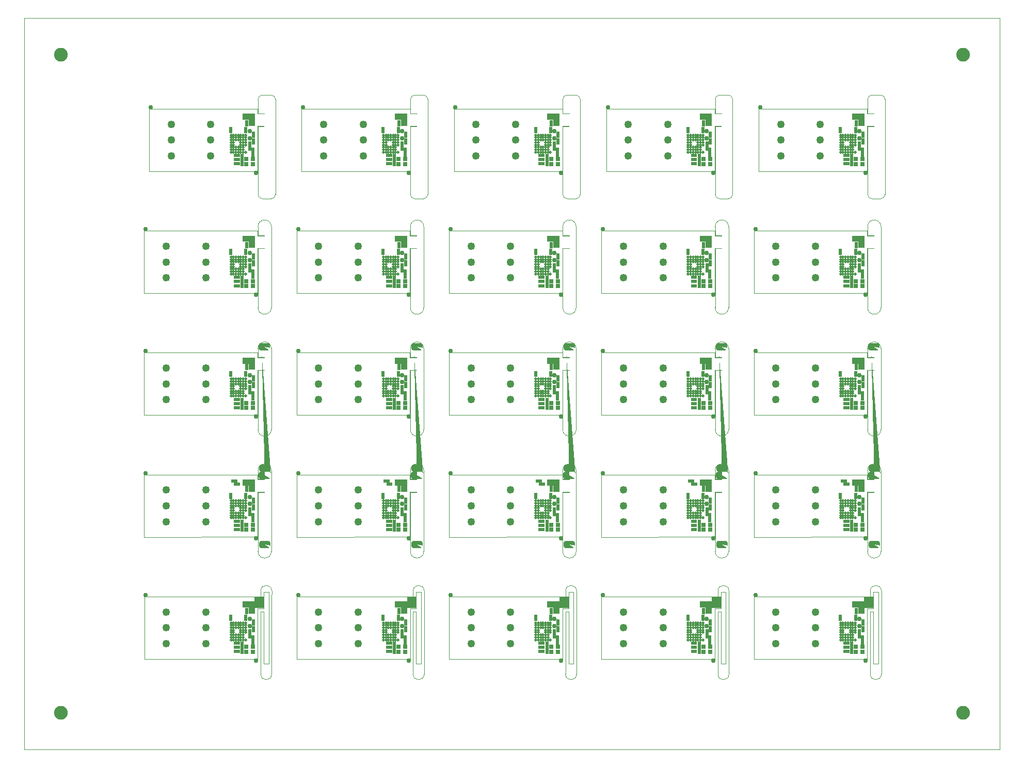
<source format=gbr>
G04 EasyPC Gerber Version 20.0.2 Build 4112 *
G04 #@! TF.Part,Single*
G04 #@! TF.FileFunction,Soldermask,Top *
%FSLAX35Y35*%
%MOIN*%
G04 #@! TA.AperFunction,WasherPad*
%ADD124R,0.06118X0.07299*%
G04 #@! TA.AperFunction,SMDPad*
%ADD73R,0.02181X0.02181*%
%ADD101R,0.02969X0.02969*%
G04 #@! TD.AperFunction*
%ADD11C,0.00004*%
%ADD14C,0.00079*%
G04 #@! TA.AperFunction,SMDPad*
%ADD75C,0.01866*%
G04 #@! TA.AperFunction,WasherPad*
%ADD72C,0.02969*%
%ADD28C,0.04937*%
%ADD26C,0.08874*%
%AMT121*0 Rounded Rectangle Pad at angle 90*4,1,56,0.03650,-0.00600,0.03650,0.00600,0.03636,0.00825,0.03595,0.01047,0.03528,0.01263,0.03435,0.01469,0.03319,0.01661,0.03180,0.01839,0.03020,0.01998,0.02843,0.02137,0.02650,0.02254,0.02444,0.02346,0.02229,0.02414,0.02007,0.02454,0.01781,0.02469,-0.01781,0.02469,-0.02006,0.02455,-0.02228,0.02414,-0.02444,0.02347,-0.02650,0.02254,-0.02843,0.02137,-0.03020,0.01998,-0.03180,0.01839,-0.03319,0.01661,-0.03435,0.01469,-0.03528,0.01263,-0.03595,0.01048,-0.03635,0.00826,-0.03650,0.00600,-0.03650,-0.00600,-0.03636,-0.00825,-0.03595,-0.01047,-0.03528,-0.01263,-0.03435,-0.01469,-0.03319,-0.01661,-0.03180,-0.01839,-0.03020,-0.01998,-0.02843,-0.02137,-0.02650,-0.02254,-0.02444,-0.02346,-0.02229,-0.02414,-0.02007,-0.02454,-0.01781,-0.02469,0.01781,-0.02469,0.02006,-0.02455,0.02228,-0.02414,0.02444,-0.02347,0.02650,-0.02254,0.02843,-0.02137,0.03020,-0.01998,0.03180,-0.01839,0.03319,-0.01661,0.03435,-0.01469,0.03528,-0.01263,0.03595,-0.01048,0.03635,-0.00826,0.03650,-0.00600,0*%
%ADD121T121*%
%AMT127*0 Rounded Rectangle Pad at angle 90*4,1,56,0.04043,-0.00600,0.04043,0.00600,0.04030,0.00825,0.03989,0.01047,0.03922,0.01263,0.03829,0.01469,0.03712,0.01661,0.03573,0.01839,0.03414,0.01998,0.03236,0.02137,0.03043,0.02254,0.02838,0.02346,0.02622,0.02414,0.02400,0.02454,0.02175,0.02469,-0.02175,0.02469,-0.02400,0.02455,-0.02622,0.02414,-0.02837,0.02347,-0.03043,0.02254,-0.03236,0.02137,-0.03414,0.01998,-0.03573,0.01839,-0.03712,0.01661,-0.03829,0.01469,-0.03921,0.01263,-0.03989,0.01048,-0.04029,0.00826,-0.04043,0.00600,-0.04043,-0.00600,-0.04030,-0.00825,-0.03989,-0.01047,-0.03922,-0.01263,-0.03829,-0.01469,-0.03712,-0.01661,-0.03573,-0.01839,-0.03414,-0.01998,-0.03236,-0.02137,-0.03043,-0.02254,-0.02838,-0.02346,-0.02622,-0.02414,-0.02400,-0.02454,-0.02175,-0.02469,0.02175,-0.02469,0.02400,-0.02455,0.02622,-0.02414,0.02837,-0.02347,0.03043,-0.02254,0.03236,-0.02137,0.03414,-0.01998,0.03573,-0.01839,0.03712,-0.01661,0.03829,-0.01469,0.03921,-0.01263,0.03989,-0.01048,0.04029,-0.00826,0.04043,-0.00600,0*%
%ADD127T127*%
X0Y0D02*
D02*
D11*
X77413Y137346D02*
Y177665D01*
X147432Y177673*
X150637Y177665*
Y174520*
X154972*
Y174720*
X150838*
Y180287*
G75*
G02X159503I4333*
G01*
Y128102*
G75*
G02X150838I-4333*
G01*
Y166299*
X154972*
Y166500*
X150637*
Y137362*
X77413Y137346*
Y216087D02*
Y256406D01*
X147432Y256413*
X150637Y256406*
Y253260*
X154972*
Y253461*
X150838*
Y259028*
G75*
G02X159503I4333*
G01*
Y206843*
G75*
G02X150838I-4333*
G01*
Y245039*
X154972*
Y245240*
X150637*
Y216102*
X77413Y216087*
Y294827D02*
Y335146D01*
X147432Y335154*
X150637Y335146*
Y332000*
X154972*
Y332201*
X150838*
Y337768*
G75*
G02X159503I4333*
G01*
Y285583*
G75*
G02X150838I-4333*
G01*
Y323780*
X154972*
Y323980*
X150637*
Y294843*
X77413Y294827*
X77436Y58622D02*
X150669D01*
Y91335*
X154613*
Y101925*
X157755*
Y55622*
X154613*
Y89331*
X152641*
Y48764*
G75*
G03X159724I3541*
G01*
Y97815*
X159771Y102543*
G75*
G03X152641I-3565*
G01*
Y98961*
X77417*
X77436Y98941*
Y58622*
X80602Y373583D02*
Y413898D01*
X150684Y413925*
Y410772*
X155019*
Y410972*
X150881*
Y419996*
G75*
G02X153669Y422783I2787*
G01*
X159363*
G75*
G02X162106Y420041J-2743*
G01*
Y358581*
G75*
G02X159374Y355850I-2731*
G01*
X153654*
G75*
G02X150881Y358623J2773*
G01*
Y402551*
X154731*
Y402752*
X150684*
Y373614*
X80602Y373583*
X175838Y137346D02*
Y177665D01*
X245857Y177673*
X249062Y177665*
Y174520*
X253397*
Y174720*
X249263*
Y180287*
G75*
G02X257928I4333*
G01*
Y128102*
G75*
G02X249263I-4333*
G01*
Y166299*
X253397*
Y166500*
X249062*
Y137362*
X175838Y137346*
Y216087D02*
Y256406D01*
X245857Y256413*
X249062Y256406*
Y253260*
X253397*
Y253461*
X249263*
Y259028*
G75*
G02X257928I4333*
G01*
Y206843*
G75*
G02X249263I-4333*
G01*
Y245039*
X253397*
Y245240*
X249062*
Y216102*
X175838Y216087*
Y294827D02*
Y335146D01*
X245857Y335154*
X249062Y335146*
Y332000*
X253397*
Y332201*
X249263*
Y337768*
G75*
G02X257928I4333*
G01*
Y285583*
G75*
G02X249263I-4333*
G01*
Y323780*
X253397*
Y323980*
X249062*
Y294843*
X175838Y294827*
X175861Y58622D02*
X249094D01*
Y91335*
X253039*
Y101925*
X256180*
Y55622*
X253039*
Y89331*
X251066*
Y48764*
G75*
G03X258149I3541*
G01*
Y97815*
X258196Y102543*
G75*
G03X251066I-3565*
G01*
Y98961*
X175842*
X175861Y98941*
Y58622*
X179027Y373583D02*
Y413898D01*
X249109Y413925*
Y410772*
X253444*
Y410972*
X249306*
Y419996*
G75*
G02X252094Y422783I2787*
G01*
X257788*
G75*
G02X260531Y420041J-2743*
G01*
Y358581*
G75*
G02X257800Y355850I-2731*
G01*
X252079*
G75*
G02X249306Y358623J2773*
G01*
Y402551*
X253157*
Y402752*
X249109*
Y373614*
X179027Y373583*
X274263Y137346D02*
Y177665D01*
X344283Y177673*
X347487Y177665*
Y174520*
X351822*
Y174720*
X347688*
Y180287*
G75*
G02X356354I4333*
G01*
Y128102*
G75*
G02X347688I-4333*
G01*
Y166299*
X351822*
Y166500*
X347487*
Y137362*
X274263Y137346*
Y216087D02*
Y256406D01*
X344283Y256413*
X347487Y256406*
Y253260*
X351822*
Y253461*
X347688*
Y259028*
G75*
G02X356354I4333*
G01*
Y206843*
G75*
G02X347688I-4333*
G01*
Y245039*
X351822*
Y245240*
X347487*
Y216102*
X274263Y216087*
Y294827D02*
Y335146D01*
X344283Y335154*
X347487Y335146*
Y332000*
X351822*
Y332201*
X347688*
Y337768*
G75*
G02X356354I4333*
G01*
Y285583*
G75*
G02X347688I-4333*
G01*
Y323780*
X351822*
Y323980*
X347487*
Y294843*
X274263Y294827*
X274287Y58622D02*
X347519D01*
Y91335*
X351464*
Y101925*
X354606*
Y55622*
X351464*
Y89331*
X349491*
Y48764*
G75*
G03X356574I3541*
G01*
Y97815*
X356621Y102543*
G75*
G03X349491I-3565*
G01*
Y98961*
X274267*
X274287Y98941*
Y58622*
X277452Y373583D02*
Y413898D01*
X347535Y413925*
Y410772*
X351869*
Y410972*
X347731*
Y419996*
G75*
G02X350519Y422783I2787*
G01*
X356213*
G75*
G02X358956Y420041J-2743*
G01*
Y358581*
G75*
G02X356225Y355850I-2731*
G01*
X350504*
G75*
G02X347731Y358623J2773*
G01*
Y402551*
X351582*
Y402752*
X347535*
Y373614*
X277452Y373583*
X372688Y137346D02*
Y177665D01*
X442708Y177673*
X445913Y177665*
Y174520*
X450247*
Y174720*
X446113*
Y180287*
G75*
G02X454779I4333*
G01*
Y128102*
G75*
G02X446113I-4333*
G01*
Y166299*
X450247*
Y166500*
X445913*
Y137362*
X372688Y137346*
Y216087D02*
Y256406D01*
X442708Y256413*
X445913Y256406*
Y253260*
X450247*
Y253461*
X446113*
Y259028*
G75*
G02X454779I4333*
G01*
Y206843*
G75*
G02X446113I-4333*
G01*
Y245039*
X450247*
Y245240*
X445913*
Y216102*
X372688Y216087*
Y294827D02*
Y335146D01*
X442708Y335154*
X445913Y335146*
Y332000*
X450247*
Y332201*
X446113*
Y337768*
G75*
G02X454779I4333*
G01*
Y285583*
G75*
G02X446113I-4333*
G01*
Y323780*
X450247*
Y323980*
X445913*
Y294843*
X372688Y294827*
X372712Y58622D02*
X445944D01*
Y91335*
X449889*
Y101925*
X453031*
Y55622*
X449889*
Y89331*
X447917*
Y48764*
G75*
G03X454999I3541*
G01*
Y97815*
X455046Y102543*
G75*
G03X447917I-3565*
G01*
Y98961*
X372692*
X372712Y98941*
Y58622*
X375877Y373583D02*
Y413898D01*
X445960Y413925*
Y410772*
X450294*
Y410972*
X446157*
Y419996*
G75*
G02X448944Y422783I2787*
G01*
X454638*
G75*
G02X457381Y420041J-2743*
G01*
Y358581*
G75*
G02X454650Y355850I-2731*
G01*
X448930*
G75*
G02X446157Y358623J2773*
G01*
Y402551*
X450007*
Y402752*
X445960*
Y373614*
X375877Y373583*
X471113Y137346D02*
Y177665D01*
X541133Y177673*
X544338Y177665*
Y174520*
X548672*
Y174720*
X544539*
Y180287*
G75*
G02X553204I4333*
G01*
Y128102*
G75*
G02X544539I-4333*
G01*
Y166299*
X548672*
Y166500*
X544338*
Y137362*
X471113Y137346*
Y216087D02*
Y256406D01*
X541133Y256413*
X544338Y256406*
Y253260*
X548672*
Y253461*
X544539*
Y259028*
G75*
G02X553204I4333*
G01*
Y206843*
G75*
G02X544539I-4333*
G01*
Y245039*
X548672*
Y245240*
X544338*
Y216102*
X471113Y216087*
Y294827D02*
Y335146D01*
X541133Y335154*
X544338Y335146*
Y332000*
X548672*
Y332201*
X544539*
Y337768*
G75*
G02X553204I4333*
G01*
Y285583*
G75*
G02X544539I-4333*
G01*
Y323780*
X548672*
Y323980*
X544338*
Y294843*
X471113Y294827*
X471137Y58622D02*
X544369D01*
Y91335*
X548314*
Y101925*
X551456*
Y55622*
X548314*
Y89331*
X546342*
Y48764*
G75*
G03X553424I3541*
G01*
Y97815*
X553472Y102543*
G75*
G03X546342I-3565*
G01*
Y98961*
X471117*
X471137Y98941*
Y58622*
X474302Y373583D02*
Y413898D01*
X544385Y413925*
Y410772*
X548720*
Y410972*
X544582*
Y419996*
G75*
G02X547369Y422783I2787*
G01*
X553063*
G75*
G02X555806Y420041J-2743*
G01*
Y358581*
G75*
G02X553075Y355850I-2731*
G01*
X547355*
G75*
G02X544582Y358623J2773*
G01*
Y402551*
X548432*
Y402752*
X544385*
Y373614*
X474302Y373583*
D02*
D14*
X39Y39D02*
X629961D01*
Y472480*
X39*
Y39*
D02*
D26*
X23701Y23701D03*
Y448819D03*
X606299Y23701D03*
Y448819D03*
D02*
D28*
X91627Y68543D03*
Y78779D03*
Y89015D03*
Y147283D03*
Y157519D03*
Y167755D03*
Y226023D03*
Y236259D03*
Y246495D03*
Y304763D03*
Y314999D03*
Y325235D03*
X94777Y383503D03*
Y393739D03*
Y403976D03*
X117218Y68543D03*
Y78779D03*
Y89015D03*
Y147283D03*
Y157519D03*
Y167755D03*
Y226023D03*
Y236259D03*
Y246495D03*
Y304763D03*
Y314999D03*
Y325235D03*
X120367Y383503D03*
Y393739D03*
Y403976D03*
X190052Y68543D03*
Y78779D03*
Y89015D03*
Y147283D03*
Y157519D03*
Y167755D03*
Y226023D03*
Y236259D03*
Y246495D03*
Y304763D03*
Y314999D03*
Y325235D03*
X193202Y383503D03*
Y393739D03*
Y403976D03*
X215643Y68543D03*
Y78779D03*
Y89015D03*
Y147283D03*
Y157519D03*
Y167755D03*
Y226023D03*
Y236259D03*
Y246495D03*
Y304763D03*
Y314999D03*
Y325235D03*
X218793Y383503D03*
Y393739D03*
Y403976D03*
X288478Y68543D03*
Y78779D03*
Y89015D03*
Y147283D03*
Y157519D03*
Y167755D03*
Y226023D03*
Y236259D03*
Y246495D03*
Y304763D03*
Y314999D03*
Y325235D03*
X291627Y383503D03*
Y393739D03*
Y403976D03*
X314068Y68543D03*
Y78779D03*
Y89015D03*
Y147283D03*
Y157519D03*
Y167755D03*
Y226023D03*
Y236259D03*
Y246495D03*
Y304763D03*
Y314999D03*
Y325235D03*
X317218Y383503D03*
Y393739D03*
Y403976D03*
X386903Y68543D03*
Y78779D03*
Y89015D03*
Y147283D03*
Y157519D03*
Y167755D03*
Y226023D03*
Y236259D03*
Y246495D03*
Y304763D03*
Y314999D03*
Y325235D03*
X390052Y383503D03*
Y393739D03*
Y403976D03*
X412493Y68543D03*
Y78779D03*
Y89015D03*
Y147283D03*
Y157519D03*
Y167755D03*
Y226023D03*
Y236259D03*
Y246495D03*
Y304763D03*
Y314999D03*
Y325235D03*
X415643Y383503D03*
Y393739D03*
Y403976D03*
X485328Y68543D03*
Y78779D03*
Y89015D03*
Y147283D03*
Y157519D03*
Y167755D03*
Y226023D03*
Y236259D03*
Y246495D03*
Y304763D03*
Y314999D03*
Y325235D03*
X488478Y383503D03*
Y393739D03*
Y403976D03*
X510919Y68543D03*
Y78779D03*
Y89015D03*
Y147283D03*
Y157519D03*
Y167755D03*
Y226023D03*
Y236259D03*
Y246495D03*
Y304763D03*
Y314999D03*
Y325235D03*
X514068Y383503D03*
Y393739D03*
Y403976D03*
D02*
D72*
X78399Y99921D03*
Y178661D03*
Y257402D03*
Y336142D03*
X81548Y414882D03*
X145429Y79945D03*
Y84472D03*
Y158685D03*
Y163213D03*
Y237425D03*
Y241953D03*
Y316165D03*
Y320693D03*
Y394906D03*
Y399433D03*
X149659Y57638D03*
Y136378D03*
Y215118D03*
Y293858D03*
Y372598D03*
X176824Y99921D03*
Y178661D03*
Y257402D03*
Y336142D03*
X179974Y414882D03*
X243854Y79945D03*
Y84472D03*
Y158685D03*
Y163213D03*
Y237425D03*
Y241953D03*
Y316165D03*
Y320693D03*
Y394906D03*
Y399433D03*
X248084Y57638D03*
Y136378D03*
Y215118D03*
Y293858D03*
Y372598D03*
X275249Y99921D03*
Y178661D03*
Y257402D03*
Y336142D03*
X278399Y414882D03*
X342280Y79945D03*
Y84472D03*
Y158685D03*
Y163213D03*
Y237425D03*
Y241953D03*
Y316165D03*
Y320693D03*
Y394906D03*
Y399433D03*
X346509Y57638D03*
Y136378D03*
Y215118D03*
Y293858D03*
Y372598D03*
X373674Y99921D03*
Y178661D03*
Y257402D03*
Y336142D03*
X376824Y414882D03*
X440705Y79945D03*
Y84472D03*
Y158685D03*
Y163213D03*
Y237425D03*
Y241953D03*
Y316165D03*
Y320693D03*
Y394906D03*
Y399433D03*
X444934Y57638D03*
Y136378D03*
Y215118D03*
Y293858D03*
Y372598D03*
X472100Y99921D03*
Y178661D03*
Y257402D03*
Y336142D03*
X475249Y414882D03*
X539130Y79945D03*
Y84472D03*
Y158685D03*
Y163213D03*
Y237425D03*
Y241953D03*
Y316165D03*
Y320693D03*
Y394906D03*
Y399433D03*
X543359Y57638D03*
Y136378D03*
Y215118D03*
Y293858D03*
Y372598D03*
D02*
D73*
X133243Y84205D03*
Y86173D03*
Y162945D03*
Y164913D03*
Y241685D03*
Y243654D03*
Y320425D03*
Y322394D03*
Y399165D03*
Y401134D03*
X134460Y173366D03*
X136165Y63453D03*
Y66146D03*
Y68839D03*
Y142193D03*
Y144886D03*
Y147579D03*
Y220933D03*
Y223626D03*
Y226319D03*
Y299673D03*
Y302366D03*
Y305059D03*
Y378413D03*
Y381106D03*
Y383799D03*
X136330Y171358D03*
X136428Y173366D03*
X138133Y63453D03*
Y66146D03*
Y68839D03*
Y142193D03*
Y144886D03*
Y147579D03*
Y220933D03*
Y223626D03*
Y226319D03*
Y299673D03*
Y302366D03*
Y305059D03*
Y378413D03*
Y381106D03*
Y383799D03*
X138298Y171358D03*
X140645Y62988D03*
Y64957D03*
Y66866D03*
Y68835D03*
Y141728D03*
Y143697D03*
Y145606D03*
Y147575D03*
Y220469D03*
Y222437D03*
Y224346D03*
Y226315D03*
Y299209D03*
Y301177D03*
Y303087D03*
Y305055D03*
Y377949D03*
Y379917D03*
Y381827D03*
Y383795D03*
X141842Y92815D03*
Y94783D03*
Y171555D03*
Y173524D03*
Y250295D03*
Y252264D03*
Y329035D03*
Y331004D03*
Y407776D03*
Y409744D03*
X143067Y84205D03*
Y86173D03*
Y162945D03*
Y164913D03*
Y241685D03*
Y243654D03*
Y320425D03*
Y322394D03*
Y399165D03*
Y401134D03*
X143417Y88677D03*
Y90646D03*
Y167417D03*
Y169386D03*
Y246157D03*
Y248126D03*
Y324898D03*
Y326866D03*
Y403638D03*
Y405606D03*
X143810Y92815D03*
Y94783D03*
Y171555D03*
Y173524D03*
Y250295D03*
Y252264D03*
Y329035D03*
Y331004D03*
Y407776D03*
Y409744D03*
X145483Y74953D03*
Y76921D03*
Y153693D03*
Y155661D03*
Y232433D03*
Y234402D03*
Y311173D03*
Y313142D03*
Y389913D03*
Y391882D03*
X145487Y72996D03*
Y151736D03*
Y230476D03*
Y309217D03*
Y387957D03*
X145779Y88878D03*
Y90846D03*
Y92815D03*
Y94783D03*
Y167618D03*
Y169587D03*
Y171555D03*
Y173524D03*
Y246358D03*
Y248327D03*
Y250295D03*
Y252264D03*
Y325098D03*
Y327067D03*
Y329035D03*
Y331004D03*
Y403839D03*
Y405807D03*
Y407776D03*
Y409744D03*
X147456Y68992D03*
Y70961D03*
Y72996D03*
Y147732D03*
Y149701D03*
Y151736D03*
Y226472D03*
Y228441D03*
Y230476D03*
Y305213D03*
Y307181D03*
Y309217D03*
Y383953D03*
Y385921D03*
Y387957D03*
X147747Y88878D03*
Y90846D03*
Y92815D03*
Y94783D03*
Y167618D03*
Y169587D03*
Y171555D03*
Y173524D03*
Y246358D03*
Y248327D03*
Y250295D03*
Y252264D03*
Y325098D03*
Y327067D03*
Y329035D03*
Y331004D03*
Y403839D03*
Y405807D03*
Y407776D03*
Y409744D03*
X147791Y76941D03*
Y78909D03*
Y81240D03*
Y83209D03*
Y155681D03*
Y157650D03*
Y159980D03*
Y161949D03*
Y234421D03*
Y236390D03*
Y238720D03*
Y240689D03*
Y313161D03*
Y315130D03*
Y317461D03*
Y319429D03*
Y391902D03*
Y393870D03*
Y396201D03*
Y398169D03*
X231669Y84205D03*
Y86173D03*
Y162945D03*
Y164913D03*
Y241685D03*
Y243654D03*
Y320425D03*
Y322394D03*
Y399165D03*
Y401134D03*
X232885Y173366D03*
X234590Y63453D03*
Y66146D03*
Y68839D03*
Y142193D03*
Y144886D03*
Y147579D03*
Y220933D03*
Y223626D03*
Y226319D03*
Y299673D03*
Y302366D03*
Y305059D03*
Y378413D03*
Y381106D03*
Y383799D03*
X234755Y171358D03*
X234854Y173366D03*
X236558Y63453D03*
Y66146D03*
Y68839D03*
Y142193D03*
Y144886D03*
Y147579D03*
Y220933D03*
Y223626D03*
Y226319D03*
Y299673D03*
Y302366D03*
Y305059D03*
Y378413D03*
Y381106D03*
Y383799D03*
X236724Y171358D03*
X239070Y62988D03*
Y64957D03*
Y66866D03*
Y68835D03*
Y141728D03*
Y143697D03*
Y145606D03*
Y147575D03*
Y220469D03*
Y222437D03*
Y224346D03*
Y226315D03*
Y299209D03*
Y301177D03*
Y303087D03*
Y305055D03*
Y377949D03*
Y379917D03*
Y381827D03*
Y383795D03*
X240267Y92815D03*
Y94783D03*
Y171555D03*
Y173524D03*
Y250295D03*
Y252264D03*
Y329035D03*
Y331004D03*
Y407776D03*
Y409744D03*
X241492Y84205D03*
Y86173D03*
Y162945D03*
Y164913D03*
Y241685D03*
Y243654D03*
Y320425D03*
Y322394D03*
Y399165D03*
Y401134D03*
X241842Y88677D03*
Y90646D03*
Y167417D03*
Y169386D03*
Y246157D03*
Y248126D03*
Y324898D03*
Y326866D03*
Y403638D03*
Y405606D03*
X242235Y92815D03*
Y94783D03*
Y171555D03*
Y173524D03*
Y250295D03*
Y252264D03*
Y329035D03*
Y331004D03*
Y407776D03*
Y409744D03*
X243909Y74953D03*
Y76921D03*
Y153693D03*
Y155661D03*
Y232433D03*
Y234402D03*
Y311173D03*
Y313142D03*
Y389913D03*
Y391882D03*
X243913Y72996D03*
Y151736D03*
Y230476D03*
Y309217D03*
Y387957D03*
X244204Y88878D03*
Y90846D03*
Y92815D03*
Y94783D03*
Y167618D03*
Y169587D03*
Y171555D03*
Y173524D03*
Y246358D03*
Y248327D03*
Y250295D03*
Y252264D03*
Y325098D03*
Y327067D03*
Y329035D03*
Y331004D03*
Y403839D03*
Y405807D03*
Y407776D03*
Y409744D03*
X245881Y68992D03*
Y70961D03*
Y72996D03*
Y147732D03*
Y149701D03*
Y151736D03*
Y226472D03*
Y228441D03*
Y230476D03*
Y305213D03*
Y307181D03*
Y309217D03*
Y383953D03*
Y385921D03*
Y387957D03*
X246172Y88878D03*
Y90846D03*
Y92815D03*
Y94783D03*
Y167618D03*
Y169587D03*
Y171555D03*
Y173524D03*
Y246358D03*
Y248327D03*
Y250295D03*
Y252264D03*
Y325098D03*
Y327067D03*
Y329035D03*
Y331004D03*
Y403839D03*
Y405807D03*
Y407776D03*
Y409744D03*
X246217Y76941D03*
Y78909D03*
Y81240D03*
Y83209D03*
Y155681D03*
Y157650D03*
Y159980D03*
Y161949D03*
Y234421D03*
Y236390D03*
Y238720D03*
Y240689D03*
Y313161D03*
Y315130D03*
Y317461D03*
Y319429D03*
Y391902D03*
Y393870D03*
Y396201D03*
Y398169D03*
X330094Y84205D03*
Y86173D03*
Y162945D03*
Y164913D03*
Y241685D03*
Y243654D03*
Y320425D03*
Y322394D03*
Y399165D03*
Y401134D03*
X331310Y173366D03*
X333015Y63453D03*
Y66146D03*
Y68839D03*
Y142193D03*
Y144886D03*
Y147579D03*
Y220933D03*
Y223626D03*
Y226319D03*
Y299673D03*
Y302366D03*
Y305059D03*
Y378413D03*
Y381106D03*
Y383799D03*
X333180Y171358D03*
X333279Y173366D03*
X334983Y63453D03*
Y66146D03*
Y68839D03*
Y142193D03*
Y144886D03*
Y147579D03*
Y220933D03*
Y223626D03*
Y226319D03*
Y299673D03*
Y302366D03*
Y305059D03*
Y378413D03*
Y381106D03*
Y383799D03*
X335149Y171358D03*
X337495Y62988D03*
Y64957D03*
Y66866D03*
Y68835D03*
Y141728D03*
Y143697D03*
Y145606D03*
Y147575D03*
Y220469D03*
Y222437D03*
Y224346D03*
Y226315D03*
Y299209D03*
Y301177D03*
Y303087D03*
Y305055D03*
Y377949D03*
Y379917D03*
Y381827D03*
Y383795D03*
X338692Y92815D03*
Y94783D03*
Y171555D03*
Y173524D03*
Y250295D03*
Y252264D03*
Y329035D03*
Y331004D03*
Y407776D03*
Y409744D03*
X339917Y84205D03*
Y86173D03*
Y162945D03*
Y164913D03*
Y241685D03*
Y243654D03*
Y320425D03*
Y322394D03*
Y399165D03*
Y401134D03*
X340267Y88677D03*
Y90646D03*
Y167417D03*
Y169386D03*
Y246157D03*
Y248126D03*
Y324898D03*
Y326866D03*
Y403638D03*
Y405606D03*
X340661Y92815D03*
Y94783D03*
Y171555D03*
Y173524D03*
Y250295D03*
Y252264D03*
Y329035D03*
Y331004D03*
Y407776D03*
Y409744D03*
X342334Y74953D03*
Y76921D03*
Y153693D03*
Y155661D03*
Y232433D03*
Y234402D03*
Y311173D03*
Y313142D03*
Y389913D03*
Y391882D03*
X342338Y72996D03*
Y151736D03*
Y230476D03*
Y309217D03*
Y387957D03*
X342629Y88878D03*
Y90846D03*
Y92815D03*
Y94783D03*
Y167618D03*
Y169587D03*
Y171555D03*
Y173524D03*
Y246358D03*
Y248327D03*
Y250295D03*
Y252264D03*
Y325098D03*
Y327067D03*
Y329035D03*
Y331004D03*
Y403839D03*
Y405807D03*
Y407776D03*
Y409744D03*
X344306Y68992D03*
Y70961D03*
Y72996D03*
Y147732D03*
Y149701D03*
Y151736D03*
Y226472D03*
Y228441D03*
Y230476D03*
Y305213D03*
Y307181D03*
Y309217D03*
Y383953D03*
Y385921D03*
Y387957D03*
X344598Y88878D03*
Y90846D03*
Y92815D03*
Y94783D03*
Y167618D03*
Y169587D03*
Y171555D03*
Y173524D03*
Y246358D03*
Y248327D03*
Y250295D03*
Y252264D03*
Y325098D03*
Y327067D03*
Y329035D03*
Y331004D03*
Y403839D03*
Y405807D03*
Y407776D03*
Y409744D03*
X344642Y76941D03*
Y78909D03*
Y81240D03*
Y83209D03*
Y155681D03*
Y157650D03*
Y159980D03*
Y161949D03*
Y234421D03*
Y236390D03*
Y238720D03*
Y240689D03*
Y313161D03*
Y315130D03*
Y317461D03*
Y319429D03*
Y391902D03*
Y393870D03*
Y396201D03*
Y398169D03*
X428519Y84205D03*
Y86173D03*
Y162945D03*
Y164913D03*
Y241685D03*
Y243654D03*
Y320425D03*
Y322394D03*
Y399165D03*
Y401134D03*
X429735Y173366D03*
X431440Y63453D03*
Y66146D03*
Y68839D03*
Y142193D03*
Y144886D03*
Y147579D03*
Y220933D03*
Y223626D03*
Y226319D03*
Y299673D03*
Y302366D03*
Y305059D03*
Y378413D03*
Y381106D03*
Y383799D03*
X431606Y171358D03*
X431704Y173366D03*
X433409Y63453D03*
Y66146D03*
Y68839D03*
Y142193D03*
Y144886D03*
Y147579D03*
Y220933D03*
Y223626D03*
Y226319D03*
Y299673D03*
Y302366D03*
Y305059D03*
Y378413D03*
Y381106D03*
Y383799D03*
X433574Y171358D03*
X435920Y62988D03*
Y64957D03*
Y66866D03*
Y68835D03*
Y141728D03*
Y143697D03*
Y145606D03*
Y147575D03*
Y220469D03*
Y222437D03*
Y224346D03*
Y226315D03*
Y299209D03*
Y301177D03*
Y303087D03*
Y305055D03*
Y377949D03*
Y379917D03*
Y381827D03*
Y383795D03*
X437117Y92815D03*
Y94783D03*
Y171555D03*
Y173524D03*
Y250295D03*
Y252264D03*
Y329035D03*
Y331004D03*
Y407776D03*
Y409744D03*
X438343Y84205D03*
Y86173D03*
Y162945D03*
Y164913D03*
Y241685D03*
Y243654D03*
Y320425D03*
Y322394D03*
Y399165D03*
Y401134D03*
X438692Y88677D03*
Y90646D03*
Y167417D03*
Y169386D03*
Y246157D03*
Y248126D03*
Y324898D03*
Y326866D03*
Y403638D03*
Y405606D03*
X439086Y92815D03*
Y94783D03*
Y171555D03*
Y173524D03*
Y250295D03*
Y252264D03*
Y329035D03*
Y331004D03*
Y407776D03*
Y409744D03*
X440759Y74953D03*
Y76921D03*
Y153693D03*
Y155661D03*
Y232433D03*
Y234402D03*
Y311173D03*
Y313142D03*
Y389913D03*
Y391882D03*
X440763Y72996D03*
Y151736D03*
Y230476D03*
Y309217D03*
Y387957D03*
X441054Y88878D03*
Y90846D03*
Y92815D03*
Y94783D03*
Y167618D03*
Y169587D03*
Y171555D03*
Y173524D03*
Y246358D03*
Y248327D03*
Y250295D03*
Y252264D03*
Y325098D03*
Y327067D03*
Y329035D03*
Y331004D03*
Y403839D03*
Y405807D03*
Y407776D03*
Y409744D03*
X442731Y68992D03*
Y70961D03*
Y72996D03*
Y147732D03*
Y149701D03*
Y151736D03*
Y226472D03*
Y228441D03*
Y230476D03*
Y305213D03*
Y307181D03*
Y309217D03*
Y383953D03*
Y385921D03*
Y387957D03*
X443023Y88878D03*
Y90846D03*
Y92815D03*
Y94783D03*
Y167618D03*
Y169587D03*
Y171555D03*
Y173524D03*
Y246358D03*
Y248327D03*
Y250295D03*
Y252264D03*
Y325098D03*
Y327067D03*
Y329035D03*
Y331004D03*
Y403839D03*
Y405807D03*
Y407776D03*
Y409744D03*
X443067Y76941D03*
Y78909D03*
Y81240D03*
Y83209D03*
Y155681D03*
Y157650D03*
Y159980D03*
Y161949D03*
Y234421D03*
Y236390D03*
Y238720D03*
Y240689D03*
Y313161D03*
Y315130D03*
Y317461D03*
Y319429D03*
Y391902D03*
Y393870D03*
Y396201D03*
Y398169D03*
X526944Y84205D03*
Y86173D03*
Y162945D03*
Y164913D03*
Y241685D03*
Y243654D03*
Y320425D03*
Y322394D03*
Y399165D03*
Y401134D03*
X528161Y173366D03*
X529865Y63453D03*
Y66146D03*
Y68839D03*
Y142193D03*
Y144886D03*
Y147579D03*
Y220933D03*
Y223626D03*
Y226319D03*
Y299673D03*
Y302366D03*
Y305059D03*
Y378413D03*
Y381106D03*
Y383799D03*
X530031Y171358D03*
X530129Y173366D03*
X531834Y63453D03*
Y66146D03*
Y68839D03*
Y142193D03*
Y144886D03*
Y147579D03*
Y220933D03*
Y223626D03*
Y226319D03*
Y299673D03*
Y302366D03*
Y305059D03*
Y378413D03*
Y381106D03*
Y383799D03*
X531999Y171358D03*
X534346Y62988D03*
Y64957D03*
Y66866D03*
Y68835D03*
Y141728D03*
Y143697D03*
Y145606D03*
Y147575D03*
Y220469D03*
Y222437D03*
Y224346D03*
Y226315D03*
Y299209D03*
Y301177D03*
Y303087D03*
Y305055D03*
Y377949D03*
Y379917D03*
Y381827D03*
Y383795D03*
X535543Y92815D03*
Y94783D03*
Y171555D03*
Y173524D03*
Y250295D03*
Y252264D03*
Y329035D03*
Y331004D03*
Y407776D03*
Y409744D03*
X536768Y84205D03*
Y86173D03*
Y162945D03*
Y164913D03*
Y241685D03*
Y243654D03*
Y320425D03*
Y322394D03*
Y399165D03*
Y401134D03*
X537117Y88677D03*
Y90646D03*
Y167417D03*
Y169386D03*
Y246157D03*
Y248126D03*
Y324898D03*
Y326866D03*
Y403638D03*
Y405606D03*
X537511Y92815D03*
Y94783D03*
Y171555D03*
Y173524D03*
Y250295D03*
Y252264D03*
Y329035D03*
Y331004D03*
Y407776D03*
Y409744D03*
X539184Y74953D03*
Y76921D03*
Y153693D03*
Y155661D03*
Y232433D03*
Y234402D03*
Y311173D03*
Y313142D03*
Y389913D03*
Y391882D03*
X539188Y72996D03*
Y151736D03*
Y230476D03*
Y309217D03*
Y387957D03*
X539480Y88878D03*
Y90846D03*
Y92815D03*
Y94783D03*
Y167618D03*
Y169587D03*
Y171555D03*
Y173524D03*
Y246358D03*
Y248327D03*
Y250295D03*
Y252264D03*
Y325098D03*
Y327067D03*
Y329035D03*
Y331004D03*
Y403839D03*
Y405807D03*
Y407776D03*
Y409744D03*
X541157Y68992D03*
Y70961D03*
Y72996D03*
Y147732D03*
Y149701D03*
Y151736D03*
Y226472D03*
Y228441D03*
Y230476D03*
Y305213D03*
Y307181D03*
Y309217D03*
Y383953D03*
Y385921D03*
Y387957D03*
X541448Y88878D03*
Y90846D03*
Y92815D03*
Y94783D03*
Y167618D03*
Y169587D03*
Y171555D03*
Y173524D03*
Y246358D03*
Y248327D03*
Y250295D03*
Y252264D03*
Y325098D03*
Y327067D03*
Y329035D03*
Y331004D03*
Y403839D03*
Y405807D03*
Y407776D03*
Y409744D03*
X541492Y76941D03*
Y78909D03*
Y81240D03*
Y83209D03*
Y155681D03*
Y157650D03*
Y159980D03*
Y161949D03*
Y234421D03*
Y236390D03*
Y238720D03*
Y240689D03*
Y313161D03*
Y315130D03*
Y317461D03*
Y319429D03*
Y391902D03*
Y393870D03*
Y396201D03*
Y398169D03*
D02*
D75*
X133421Y72564D03*
Y74139D03*
Y75713D03*
Y77288D03*
Y78863D03*
Y80438D03*
Y82013D03*
Y151304D03*
Y152879D03*
Y154454D03*
Y156028D03*
Y157603D03*
Y159178D03*
Y160753D03*
Y230044D03*
Y231619D03*
Y233194D03*
Y234769D03*
Y236343D03*
Y237918D03*
Y239493D03*
Y308784D03*
Y310359D03*
Y311934D03*
Y313509D03*
Y315083D03*
Y316658D03*
Y318233D03*
Y387524D03*
Y389099D03*
Y390674D03*
Y392249D03*
Y393824D03*
Y395398D03*
Y396973D03*
X133425Y70993D03*
Y149733D03*
Y228473D03*
Y307213D03*
Y385954D03*
X134996Y70989D03*
Y72564D03*
Y74139D03*
Y75713D03*
Y77288D03*
Y78863D03*
Y80438D03*
Y82013D03*
Y149729D03*
Y151304D03*
Y152879D03*
Y154454D03*
Y156028D03*
Y157603D03*
Y159178D03*
Y160753D03*
Y228469D03*
Y230044D03*
Y231619D03*
Y233194D03*
Y234769D03*
Y236343D03*
Y237918D03*
Y239493D03*
Y307209D03*
Y308784D03*
Y310359D03*
Y311934D03*
Y313509D03*
Y315083D03*
Y316658D03*
Y318233D03*
Y385950D03*
Y387524D03*
Y389099D03*
Y390674D03*
Y392249D03*
Y393824D03*
Y395398D03*
Y396973D03*
X136571Y70989D03*
Y72564D03*
Y74139D03*
Y78863D03*
Y80438D03*
Y82013D03*
Y149729D03*
Y151304D03*
Y152879D03*
Y157603D03*
Y159178D03*
Y160753D03*
Y228469D03*
Y230044D03*
Y231619D03*
Y236343D03*
Y237918D03*
Y239493D03*
Y307209D03*
Y308784D03*
Y310359D03*
Y315083D03*
Y316658D03*
Y318233D03*
Y385950D03*
Y387524D03*
Y389099D03*
Y393824D03*
Y395398D03*
Y396973D03*
X138146Y70989D03*
Y72564D03*
Y74139D03*
Y78863D03*
Y80438D03*
Y82013D03*
Y149729D03*
Y151304D03*
Y152879D03*
Y157603D03*
Y159178D03*
Y160753D03*
Y228469D03*
Y230044D03*
Y231619D03*
Y236343D03*
Y237918D03*
Y239493D03*
Y307209D03*
Y308784D03*
Y310359D03*
Y315083D03*
Y316658D03*
Y318233D03*
Y385950D03*
Y387524D03*
Y389099D03*
Y393824D03*
Y395398D03*
Y396973D03*
X139720Y70989D03*
Y72564D03*
Y74139D03*
Y75713D03*
Y77288D03*
Y78863D03*
Y80438D03*
Y82013D03*
Y149729D03*
Y151304D03*
Y152879D03*
Y154454D03*
Y156028D03*
Y157603D03*
Y159178D03*
Y160753D03*
Y228469D03*
Y230044D03*
Y231619D03*
Y233194D03*
Y234769D03*
Y236343D03*
Y237918D03*
Y239493D03*
Y307209D03*
Y308784D03*
Y310359D03*
Y311934D03*
Y313509D03*
Y315083D03*
Y316658D03*
Y318233D03*
Y385950D03*
Y387524D03*
Y389099D03*
Y390674D03*
Y392249D03*
Y393824D03*
Y395398D03*
Y396973D03*
X141295Y70989D03*
Y72564D03*
Y74139D03*
Y75713D03*
Y77288D03*
Y78863D03*
Y80438D03*
Y82013D03*
Y149729D03*
Y151304D03*
Y152879D03*
Y154454D03*
Y156028D03*
Y157603D03*
Y159178D03*
Y160753D03*
Y228469D03*
Y230044D03*
Y231619D03*
Y233194D03*
Y234769D03*
Y236343D03*
Y237918D03*
Y239493D03*
Y307209D03*
Y308784D03*
Y310359D03*
Y311934D03*
Y313509D03*
Y315083D03*
Y316658D03*
Y318233D03*
Y385950D03*
Y387524D03*
Y389099D03*
Y390674D03*
Y392249D03*
Y393824D03*
Y395398D03*
Y396973D03*
X142870Y70989D03*
Y75713D03*
Y77288D03*
Y78863D03*
Y80438D03*
Y82013D03*
Y149729D03*
Y154454D03*
Y156028D03*
Y157603D03*
Y159178D03*
Y160753D03*
Y228469D03*
Y233194D03*
Y234769D03*
Y236343D03*
Y237918D03*
Y239493D03*
Y307209D03*
Y311934D03*
Y313509D03*
Y315083D03*
Y316658D03*
Y318233D03*
Y385950D03*
Y390674D03*
Y392249D03*
Y393824D03*
Y395398D03*
Y396973D03*
X231846Y72564D03*
Y74139D03*
Y75713D03*
Y77288D03*
Y78863D03*
Y80438D03*
Y82013D03*
Y151304D03*
Y152879D03*
Y154454D03*
Y156028D03*
Y157603D03*
Y159178D03*
Y160753D03*
Y230044D03*
Y231619D03*
Y233194D03*
Y234769D03*
Y236343D03*
Y237918D03*
Y239493D03*
Y308784D03*
Y310359D03*
Y311934D03*
Y313509D03*
Y315083D03*
Y316658D03*
Y318233D03*
Y387524D03*
Y389099D03*
Y390674D03*
Y392249D03*
Y393824D03*
Y395398D03*
Y396973D03*
X231850Y70993D03*
Y149733D03*
Y228473D03*
Y307213D03*
Y385954D03*
X233421Y70989D03*
Y72564D03*
Y74139D03*
Y75713D03*
Y77288D03*
Y78863D03*
Y80438D03*
Y82013D03*
Y149729D03*
Y151304D03*
Y152879D03*
Y154454D03*
Y156028D03*
Y157603D03*
Y159178D03*
Y160753D03*
Y228469D03*
Y230044D03*
Y231619D03*
Y233194D03*
Y234769D03*
Y236343D03*
Y237918D03*
Y239493D03*
Y307209D03*
Y308784D03*
Y310359D03*
Y311934D03*
Y313509D03*
Y315083D03*
Y316658D03*
Y318233D03*
Y385950D03*
Y387524D03*
Y389099D03*
Y390674D03*
Y392249D03*
Y393824D03*
Y395398D03*
Y396973D03*
X234996Y70989D03*
Y72564D03*
Y74139D03*
Y78863D03*
Y80438D03*
Y82013D03*
Y149729D03*
Y151304D03*
Y152879D03*
Y157603D03*
Y159178D03*
Y160753D03*
Y228469D03*
Y230044D03*
Y231619D03*
Y236343D03*
Y237918D03*
Y239493D03*
Y307209D03*
Y308784D03*
Y310359D03*
Y315083D03*
Y316658D03*
Y318233D03*
Y385950D03*
Y387524D03*
Y389099D03*
Y393824D03*
Y395398D03*
Y396973D03*
X236571Y70989D03*
Y72564D03*
Y74139D03*
Y78863D03*
Y80438D03*
Y82013D03*
Y149729D03*
Y151304D03*
Y152879D03*
Y157603D03*
Y159178D03*
Y160753D03*
Y228469D03*
Y230044D03*
Y231619D03*
Y236343D03*
Y237918D03*
Y239493D03*
Y307209D03*
Y308784D03*
Y310359D03*
Y315083D03*
Y316658D03*
Y318233D03*
Y385950D03*
Y387524D03*
Y389099D03*
Y393824D03*
Y395398D03*
Y396973D03*
X238146Y70989D03*
Y72564D03*
Y74139D03*
Y75713D03*
Y77288D03*
Y78863D03*
Y80438D03*
Y82013D03*
Y149729D03*
Y151304D03*
Y152879D03*
Y154454D03*
Y156028D03*
Y157603D03*
Y159178D03*
Y160753D03*
Y228469D03*
Y230044D03*
Y231619D03*
Y233194D03*
Y234769D03*
Y236343D03*
Y237918D03*
Y239493D03*
Y307209D03*
Y308784D03*
Y310359D03*
Y311934D03*
Y313509D03*
Y315083D03*
Y316658D03*
Y318233D03*
Y385950D03*
Y387524D03*
Y389099D03*
Y390674D03*
Y392249D03*
Y393824D03*
Y395398D03*
Y396973D03*
X239720Y70989D03*
Y72564D03*
Y74139D03*
Y75713D03*
Y77288D03*
Y78863D03*
Y80438D03*
Y82013D03*
Y149729D03*
Y151304D03*
Y152879D03*
Y154454D03*
Y156028D03*
Y157603D03*
Y159178D03*
Y160753D03*
Y228469D03*
Y230044D03*
Y231619D03*
Y233194D03*
Y234769D03*
Y236343D03*
Y237918D03*
Y239493D03*
Y307209D03*
Y308784D03*
Y310359D03*
Y311934D03*
Y313509D03*
Y315083D03*
Y316658D03*
Y318233D03*
Y385950D03*
Y387524D03*
Y389099D03*
Y390674D03*
Y392249D03*
Y393824D03*
Y395398D03*
Y396973D03*
X241295Y70989D03*
Y75713D03*
Y77288D03*
Y78863D03*
Y80438D03*
Y82013D03*
Y149729D03*
Y154454D03*
Y156028D03*
Y157603D03*
Y159178D03*
Y160753D03*
Y228469D03*
Y233194D03*
Y234769D03*
Y236343D03*
Y237918D03*
Y239493D03*
Y307209D03*
Y311934D03*
Y313509D03*
Y315083D03*
Y316658D03*
Y318233D03*
Y385950D03*
Y390674D03*
Y392249D03*
Y393824D03*
Y395398D03*
Y396973D03*
X330272Y72564D03*
Y74139D03*
Y75713D03*
Y77288D03*
Y78863D03*
Y80438D03*
Y82013D03*
Y151304D03*
Y152879D03*
Y154454D03*
Y156028D03*
Y157603D03*
Y159178D03*
Y160753D03*
Y230044D03*
Y231619D03*
Y233194D03*
Y234769D03*
Y236343D03*
Y237918D03*
Y239493D03*
Y308784D03*
Y310359D03*
Y311934D03*
Y313509D03*
Y315083D03*
Y316658D03*
Y318233D03*
Y387524D03*
Y389099D03*
Y390674D03*
Y392249D03*
Y393824D03*
Y395398D03*
Y396973D03*
X330276Y70993D03*
Y149733D03*
Y228473D03*
Y307213D03*
Y385954D03*
X331846Y70989D03*
Y72564D03*
Y74139D03*
Y75713D03*
Y77288D03*
Y78863D03*
Y80438D03*
Y82013D03*
Y149729D03*
Y151304D03*
Y152879D03*
Y154454D03*
Y156028D03*
Y157603D03*
Y159178D03*
Y160753D03*
Y228469D03*
Y230044D03*
Y231619D03*
Y233194D03*
Y234769D03*
Y236343D03*
Y237918D03*
Y239493D03*
Y307209D03*
Y308784D03*
Y310359D03*
Y311934D03*
Y313509D03*
Y315083D03*
Y316658D03*
Y318233D03*
Y385950D03*
Y387524D03*
Y389099D03*
Y390674D03*
Y392249D03*
Y393824D03*
Y395398D03*
Y396973D03*
X333421Y70989D03*
Y72564D03*
Y74139D03*
Y78863D03*
Y80438D03*
Y82013D03*
Y149729D03*
Y151304D03*
Y152879D03*
Y157603D03*
Y159178D03*
Y160753D03*
Y228469D03*
Y230044D03*
Y231619D03*
Y236343D03*
Y237918D03*
Y239493D03*
Y307209D03*
Y308784D03*
Y310359D03*
Y315083D03*
Y316658D03*
Y318233D03*
Y385950D03*
Y387524D03*
Y389099D03*
Y393824D03*
Y395398D03*
Y396973D03*
X334996Y70989D03*
Y72564D03*
Y74139D03*
Y78863D03*
Y80438D03*
Y82013D03*
Y149729D03*
Y151304D03*
Y152879D03*
Y157603D03*
Y159178D03*
Y160753D03*
Y228469D03*
Y230044D03*
Y231619D03*
Y236343D03*
Y237918D03*
Y239493D03*
Y307209D03*
Y308784D03*
Y310359D03*
Y315083D03*
Y316658D03*
Y318233D03*
Y385950D03*
Y387524D03*
Y389099D03*
Y393824D03*
Y395398D03*
Y396973D03*
X336571Y70989D03*
Y72564D03*
Y74139D03*
Y75713D03*
Y77288D03*
Y78863D03*
Y80438D03*
Y82013D03*
Y149729D03*
Y151304D03*
Y152879D03*
Y154454D03*
Y156028D03*
Y157603D03*
Y159178D03*
Y160753D03*
Y228469D03*
Y230044D03*
Y231619D03*
Y233194D03*
Y234769D03*
Y236343D03*
Y237918D03*
Y239493D03*
Y307209D03*
Y308784D03*
Y310359D03*
Y311934D03*
Y313509D03*
Y315083D03*
Y316658D03*
Y318233D03*
Y385950D03*
Y387524D03*
Y389099D03*
Y390674D03*
Y392249D03*
Y393824D03*
Y395398D03*
Y396973D03*
X338146Y70989D03*
Y72564D03*
Y74139D03*
Y75713D03*
Y77288D03*
Y78863D03*
Y80438D03*
Y82013D03*
Y149729D03*
Y151304D03*
Y152879D03*
Y154454D03*
Y156028D03*
Y157603D03*
Y159178D03*
Y160753D03*
Y228469D03*
Y230044D03*
Y231619D03*
Y233194D03*
Y234769D03*
Y236343D03*
Y237918D03*
Y239493D03*
Y307209D03*
Y308784D03*
Y310359D03*
Y311934D03*
Y313509D03*
Y315083D03*
Y316658D03*
Y318233D03*
Y385950D03*
Y387524D03*
Y389099D03*
Y390674D03*
Y392249D03*
Y393824D03*
Y395398D03*
Y396973D03*
X339720Y70989D03*
Y75713D03*
Y77288D03*
Y78863D03*
Y80438D03*
Y82013D03*
Y149729D03*
Y154454D03*
Y156028D03*
Y157603D03*
Y159178D03*
Y160753D03*
Y228469D03*
Y233194D03*
Y234769D03*
Y236343D03*
Y237918D03*
Y239493D03*
Y307209D03*
Y311934D03*
Y313509D03*
Y315083D03*
Y316658D03*
Y318233D03*
Y385950D03*
Y390674D03*
Y392249D03*
Y393824D03*
Y395398D03*
Y396973D03*
X428697Y72564D03*
Y74139D03*
Y75713D03*
Y77288D03*
Y78863D03*
Y80438D03*
Y82013D03*
Y151304D03*
Y152879D03*
Y154454D03*
Y156028D03*
Y157603D03*
Y159178D03*
Y160753D03*
Y230044D03*
Y231619D03*
Y233194D03*
Y234769D03*
Y236343D03*
Y237918D03*
Y239493D03*
Y308784D03*
Y310359D03*
Y311934D03*
Y313509D03*
Y315083D03*
Y316658D03*
Y318233D03*
Y387524D03*
Y389099D03*
Y390674D03*
Y392249D03*
Y393824D03*
Y395398D03*
Y396973D03*
X428701Y70993D03*
Y149733D03*
Y228473D03*
Y307213D03*
Y385954D03*
X430272Y70989D03*
Y72564D03*
Y74139D03*
Y75713D03*
Y77288D03*
Y78863D03*
Y80438D03*
Y82013D03*
Y149729D03*
Y151304D03*
Y152879D03*
Y154454D03*
Y156028D03*
Y157603D03*
Y159178D03*
Y160753D03*
Y228469D03*
Y230044D03*
Y231619D03*
Y233194D03*
Y234769D03*
Y236343D03*
Y237918D03*
Y239493D03*
Y307209D03*
Y308784D03*
Y310359D03*
Y311934D03*
Y313509D03*
Y315083D03*
Y316658D03*
Y318233D03*
Y385950D03*
Y387524D03*
Y389099D03*
Y390674D03*
Y392249D03*
Y393824D03*
Y395398D03*
Y396973D03*
X431846Y70989D03*
Y72564D03*
Y74139D03*
Y78863D03*
Y80438D03*
Y82013D03*
Y149729D03*
Y151304D03*
Y152879D03*
Y157603D03*
Y159178D03*
Y160753D03*
Y228469D03*
Y230044D03*
Y231619D03*
Y236343D03*
Y237918D03*
Y239493D03*
Y307209D03*
Y308784D03*
Y310359D03*
Y315083D03*
Y316658D03*
Y318233D03*
Y385950D03*
Y387524D03*
Y389099D03*
Y393824D03*
Y395398D03*
Y396973D03*
X433421Y70989D03*
Y72564D03*
Y74139D03*
Y78863D03*
Y80438D03*
Y82013D03*
Y149729D03*
Y151304D03*
Y152879D03*
Y157603D03*
Y159178D03*
Y160753D03*
Y228469D03*
Y230044D03*
Y231619D03*
Y236343D03*
Y237918D03*
Y239493D03*
Y307209D03*
Y308784D03*
Y310359D03*
Y315083D03*
Y316658D03*
Y318233D03*
Y385950D03*
Y387524D03*
Y389099D03*
Y393824D03*
Y395398D03*
Y396973D03*
X434996Y70989D03*
Y72564D03*
Y74139D03*
Y75713D03*
Y77288D03*
Y78863D03*
Y80438D03*
Y82013D03*
Y149729D03*
Y151304D03*
Y152879D03*
Y154454D03*
Y156028D03*
Y157603D03*
Y159178D03*
Y160753D03*
Y228469D03*
Y230044D03*
Y231619D03*
Y233194D03*
Y234769D03*
Y236343D03*
Y237918D03*
Y239493D03*
Y307209D03*
Y308784D03*
Y310359D03*
Y311934D03*
Y313509D03*
Y315083D03*
Y316658D03*
Y318233D03*
Y385950D03*
Y387524D03*
Y389099D03*
Y390674D03*
Y392249D03*
Y393824D03*
Y395398D03*
Y396973D03*
X436571Y70989D03*
Y72564D03*
Y74139D03*
Y75713D03*
Y77288D03*
Y78863D03*
Y80438D03*
Y82013D03*
Y149729D03*
Y151304D03*
Y152879D03*
Y154454D03*
Y156028D03*
Y157603D03*
Y159178D03*
Y160753D03*
Y228469D03*
Y230044D03*
Y231619D03*
Y233194D03*
Y234769D03*
Y236343D03*
Y237918D03*
Y239493D03*
Y307209D03*
Y308784D03*
Y310359D03*
Y311934D03*
Y313509D03*
Y315083D03*
Y316658D03*
Y318233D03*
Y385950D03*
Y387524D03*
Y389099D03*
Y390674D03*
Y392249D03*
Y393824D03*
Y395398D03*
Y396973D03*
X438146Y70989D03*
Y75713D03*
Y77288D03*
Y78863D03*
Y80438D03*
Y82013D03*
Y149729D03*
Y154454D03*
Y156028D03*
Y157603D03*
Y159178D03*
Y160753D03*
Y228469D03*
Y233194D03*
Y234769D03*
Y236343D03*
Y237918D03*
Y239493D03*
Y307209D03*
Y311934D03*
Y313509D03*
Y315083D03*
Y316658D03*
Y318233D03*
Y385950D03*
Y390674D03*
Y392249D03*
Y393824D03*
Y395398D03*
Y396973D03*
X527122Y72564D03*
Y74139D03*
Y75713D03*
Y77288D03*
Y78863D03*
Y80438D03*
Y82013D03*
Y151304D03*
Y152879D03*
Y154454D03*
Y156028D03*
Y157603D03*
Y159178D03*
Y160753D03*
Y230044D03*
Y231619D03*
Y233194D03*
Y234769D03*
Y236343D03*
Y237918D03*
Y239493D03*
Y308784D03*
Y310359D03*
Y311934D03*
Y313509D03*
Y315083D03*
Y316658D03*
Y318233D03*
Y387524D03*
Y389099D03*
Y390674D03*
Y392249D03*
Y393824D03*
Y395398D03*
Y396973D03*
X527126Y70993D03*
Y149733D03*
Y228473D03*
Y307213D03*
Y385954D03*
X528697Y70989D03*
Y72564D03*
Y74139D03*
Y75713D03*
Y77288D03*
Y78863D03*
Y80438D03*
Y82013D03*
Y149729D03*
Y151304D03*
Y152879D03*
Y154454D03*
Y156028D03*
Y157603D03*
Y159178D03*
Y160753D03*
Y228469D03*
Y230044D03*
Y231619D03*
Y233194D03*
Y234769D03*
Y236343D03*
Y237918D03*
Y239493D03*
Y307209D03*
Y308784D03*
Y310359D03*
Y311934D03*
Y313509D03*
Y315083D03*
Y316658D03*
Y318233D03*
Y385950D03*
Y387524D03*
Y389099D03*
Y390674D03*
Y392249D03*
Y393824D03*
Y395398D03*
Y396973D03*
X530272Y70989D03*
Y72564D03*
Y74139D03*
Y78863D03*
Y80438D03*
Y82013D03*
Y149729D03*
Y151304D03*
Y152879D03*
Y157603D03*
Y159178D03*
Y160753D03*
Y228469D03*
Y230044D03*
Y231619D03*
Y236343D03*
Y237918D03*
Y239493D03*
Y307209D03*
Y308784D03*
Y310359D03*
Y315083D03*
Y316658D03*
Y318233D03*
Y385950D03*
Y387524D03*
Y389099D03*
Y393824D03*
Y395398D03*
Y396973D03*
X531846Y70989D03*
Y72564D03*
Y74139D03*
Y78863D03*
Y80438D03*
Y82013D03*
Y149729D03*
Y151304D03*
Y152879D03*
Y157603D03*
Y159178D03*
Y160753D03*
Y228469D03*
Y230044D03*
Y231619D03*
Y236343D03*
Y237918D03*
Y239493D03*
Y307209D03*
Y308784D03*
Y310359D03*
Y315083D03*
Y316658D03*
Y318233D03*
Y385950D03*
Y387524D03*
Y389099D03*
Y393824D03*
Y395398D03*
Y396973D03*
X533421Y70989D03*
Y72564D03*
Y74139D03*
Y75713D03*
Y77288D03*
Y78863D03*
Y80438D03*
Y82013D03*
Y149729D03*
Y151304D03*
Y152879D03*
Y154454D03*
Y156028D03*
Y157603D03*
Y159178D03*
Y160753D03*
Y228469D03*
Y230044D03*
Y231619D03*
Y233194D03*
Y234769D03*
Y236343D03*
Y237918D03*
Y239493D03*
Y307209D03*
Y308784D03*
Y310359D03*
Y311934D03*
Y313509D03*
Y315083D03*
Y316658D03*
Y318233D03*
Y385950D03*
Y387524D03*
Y389099D03*
Y390674D03*
Y392249D03*
Y393824D03*
Y395398D03*
Y396973D03*
X534996Y70989D03*
Y72564D03*
Y74139D03*
Y75713D03*
Y77288D03*
Y78863D03*
Y80438D03*
Y82013D03*
Y149729D03*
Y151304D03*
Y152879D03*
Y154454D03*
Y156028D03*
Y157603D03*
Y159178D03*
Y160753D03*
Y228469D03*
Y230044D03*
Y231619D03*
Y233194D03*
Y234769D03*
Y236343D03*
Y237918D03*
Y239493D03*
Y307209D03*
Y308784D03*
Y310359D03*
Y311934D03*
Y313509D03*
Y315083D03*
Y316658D03*
Y318233D03*
Y385950D03*
Y387524D03*
Y389099D03*
Y390674D03*
Y392249D03*
Y393824D03*
Y395398D03*
Y396973D03*
X536571Y70989D03*
Y75713D03*
Y77288D03*
Y78863D03*
Y80438D03*
Y82013D03*
Y149729D03*
Y154454D03*
Y156028D03*
Y157603D03*
Y159178D03*
Y160753D03*
Y228469D03*
Y233194D03*
Y234769D03*
Y236343D03*
Y237918D03*
Y239493D03*
Y307209D03*
Y311934D03*
Y313509D03*
Y315083D03*
Y316658D03*
Y318233D03*
Y385950D03*
Y390674D03*
Y392249D03*
Y393824D03*
Y395398D03*
Y396973D03*
D02*
D101*
X143264Y63300D03*
Y66450D03*
Y142041D03*
Y145190D03*
Y220781D03*
Y223930D03*
Y299521D03*
Y302670D03*
Y378261D03*
Y381411D03*
X147594Y63300D03*
Y66450D03*
Y142041D03*
Y145190D03*
Y220781D03*
Y223930D03*
Y299521D03*
Y302670D03*
Y378261D03*
Y381411D03*
X241689Y63300D03*
Y66450D03*
Y142041D03*
Y145190D03*
Y220781D03*
Y223930D03*
Y299521D03*
Y302670D03*
Y378261D03*
Y381411D03*
X246020Y63300D03*
Y66450D03*
Y142041D03*
Y145190D03*
Y220781D03*
Y223930D03*
Y299521D03*
Y302670D03*
Y378261D03*
Y381411D03*
X340114Y63300D03*
Y66450D03*
Y142041D03*
Y145190D03*
Y220781D03*
Y223930D03*
Y299521D03*
Y302670D03*
Y378261D03*
Y381411D03*
X344445Y63300D03*
Y66450D03*
Y142041D03*
Y145190D03*
Y220781D03*
Y223930D03*
Y299521D03*
Y302670D03*
Y378261D03*
Y381411D03*
X438539Y63300D03*
Y66450D03*
Y142041D03*
Y145190D03*
Y220781D03*
Y223930D03*
Y299521D03*
Y302670D03*
Y378261D03*
Y381411D03*
X442870Y63300D03*
Y66450D03*
Y142041D03*
Y145190D03*
Y220781D03*
Y223930D03*
Y299521D03*
Y302670D03*
Y378261D03*
Y381411D03*
X536965Y63300D03*
Y66450D03*
Y142041D03*
Y145190D03*
Y220781D03*
Y223930D03*
Y299521D03*
Y302670D03*
Y378261D03*
Y381411D03*
X541295Y63300D03*
Y66450D03*
Y142041D03*
Y145190D03*
Y220781D03*
Y223930D03*
Y299521D03*
Y302670D03*
Y378261D03*
Y381411D03*
D02*
D121*
X155035Y260138D03*
X155216Y132465D03*
Y181807D03*
X253460Y260138D03*
X253641Y132465D03*
Y181807D03*
X351885Y260138D03*
X352066Y132465D03*
Y181807D03*
X450310Y260138D03*
X450491Y132465D03*
Y181807D03*
X548735Y260138D03*
X548917Y132465D03*
Y181807D03*
D02*
D124*
X151696Y95114D03*
X250121D03*
X348546D03*
X446972D03*
X545397D03*
D02*
D127*
X155216Y177083D03*
X253641D03*
X352066D03*
X450491D03*
X548917D03*
X0Y0D02*
M02*

</source>
